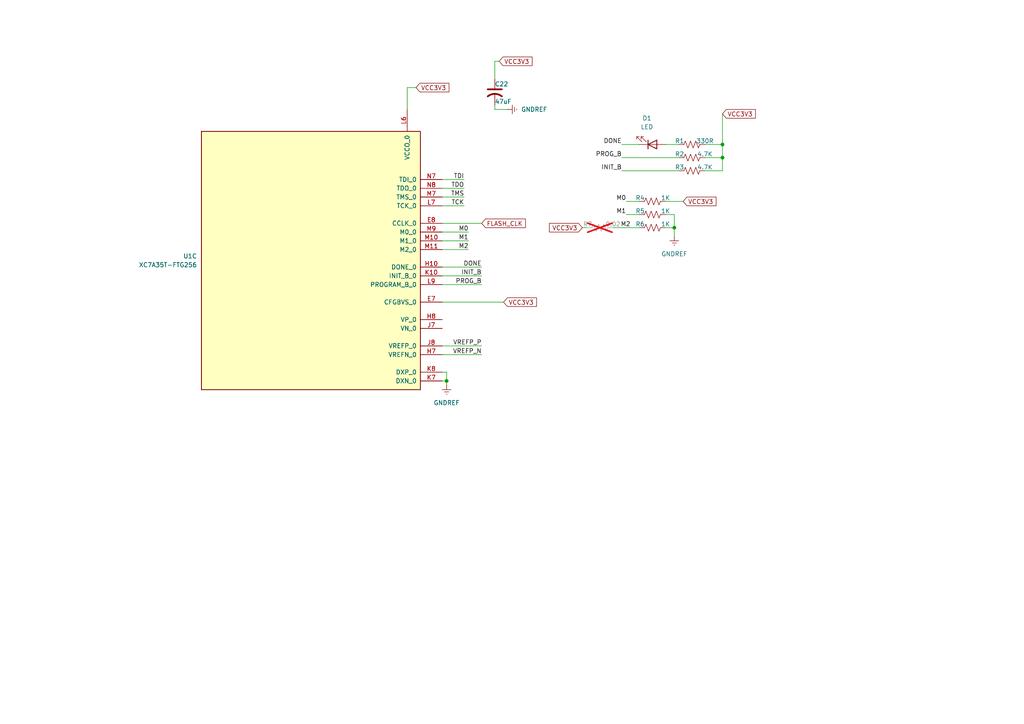
<source format=kicad_sch>
(kicad_sch (version 20250114) (generator "eeschema") (generator_version "9.0")
  (paper "A4")
  (lib_symbols
    (symbol "Device:C_US" (pin_numbers (hide yes)) (pin_names (offset 0.254) (hide yes))
      (property "Reference" "C" (at 0.635 2.54 0))
      (property "Value" "C_US" (at 0.635 -2.54 0))
      (symbol "C_US_0_1"
        (polyline (pts (xy -2.032 0.762) (xy 2.032 0.762)) (stroke (width 0.508)))
        (arc (start -2.032 -1.27) (mid 0 -0.5572) (end 2.032 -1.27) (stroke (width 0.508)))
      )
      (symbol "C_US_1_1"
        (pin passive line (at 0 3.81 270) (length 2.794) (name "~") (number "1"))
        (pin passive line (at 0 -3.81 90) (length 3.302) (name "~") (number "2"))
      )
    )
    (symbol "Device:LED" (pin_numbers (hide yes)) (pin_names (offset 1.016) (hide yes))
      (property "Reference" "D" (at 0 2.54 0))
      (property "Value" "LED" (at 0 -2.54 0))
      (symbol "LED_0_1"
        (polyline (pts (xy -3.048 -0.762) (xy -4.572 -2.286) (xy -3.81 -2.286) (xy -4.572 -2.286) (xy -4.572 -1.524)))
        (polyline (pts (xy -1.778 -0.762) (xy -3.302 -2.286) (xy -2.54 -2.286) (xy -3.302 -2.286) (xy -3.302 -1.524)))
        (polyline (pts (xy -1.27 0) (xy 1.27 0)))
        (polyline (pts (xy -1.27 -1.27) (xy -1.27 1.27)) (stroke (width 0.254)))
        (polyline (pts (xy 1.27 -1.27) (xy 1.27 1.27) (xy -1.27 0) (xy 1.27 -1.27)) (stroke (width 0.254)))
      )
      (symbol "LED_1_1"
        (pin passive line (at -3.81 0 0) (length 2.54) (name "K") (number "1"))
        (pin passive line (at 3.81 0 180) (length 2.54) (name "A") (number "2"))
      )
    )
    (symbol "Device:R_US" (pin_numbers (hide yes)) (pin_names (offset 0))
      (property "Reference" "R" (at 2.54 0 90))
      (property "Value" "R_US" (at -2.54 0 90))
      (symbol "R_US_0_1"
        (polyline (pts (xy 0 2.286) (xy 0 2.54)))
        (polyline (pts (xy 0 2.286) (xy 1.016 1.905) (xy 0 1.524) (xy -1.016 1.143) (xy 0 0.762)))
        (polyline (pts (xy 0 0.762) (xy 1.016 0.381) (xy 0 0) (xy -1.016 -0.381) (xy 0 -0.762)))
        (polyline (pts (xy 0 -0.762) (xy 1.016 -1.143) (xy 0 -1.524) (xy -1.016 -1.905) (xy 0 -2.286)))
        (polyline (pts (xy 0 -2.286) (xy 0 -2.54)))
      )
      (symbol "R_US_1_1"
        (pin passive line (at 0 3.81 270) (length 1.27) (name "~") (number "1"))
        (pin passive line (at 0 -3.81 90) (length 1.27) (name "~") (number "2"))
      )
    )
    (symbol "FPGA_Xilinx_Artix7:XC7A35T-FTG256" (pin_names (offset 1.016))
      (property "Reference" "U" (at 0 1.27 0))
      (property "Value" "XC7A35T-FTG256" (at 0 -1.27 0))
      (symbol "XC7A35T-FTG256_1_1"
        (rectangle (start -44.45 67.31) (end 44.45 -73.66) (stroke (width 0.254)) (fill (type background)))
        (pin bidirectional line (at -50.8 53.34 0) (length 6.35) (name "IO_0_14") (number "K12"))
        (pin bidirectional line (at -50.8 50.8 0) (length 6.35) (name "IO_L1P_T0_D00_MOSI_14") (number "J13"))
        (pin bidirectional line (at -50.8 48.26 0) (length 6.35) (name "IO_L1N_T0_D01_DIN_14") (number "J14"))
        (pin bidirectional line (at -50.8 45.72 0) (length 6.35) (name "IO_L2P_T0_D02_14") (number "K15"))
        (pin bidirectional line (at -50.8 43.18 0) (length 6.35) (name "IO_L2N_T0_D03_14") (number "K16"))
        (pin bidirectional line (at -50.8 40.64 0) (length 6.35) (name "IO_L3P_T0_DQS_PUDC_B_14") (number "L15"))
        (pin bidirectional line (at -50.8 38.1 0) (length 6.35) (name "IO_L3N_T0_DQS_EMCCLK_14") (number "M15"))
        (pin bidirectional line (at -50.8 35.56 0) (length 6.35) (name "IO_L4P_T0_D04_14") (number "L14"))
        (pin bidirectional line (at -50.8 33.02 0) (length 6.35) (name "IO_L4N_T0_D05_14") (number "M14"))
        (pin bidirectional line (at -50.8 30.48 0) (length 6.35) (name "IO_L5P_T0_D06_14") (number "K13"))
        (pin bidirectional line (at -50.8 27.94 0) (length 6.35) (name "IO_L5N_T0_D07_14") (number "L13"))
        (pin bidirectional line (at -50.8 25.4 0) (length 6.35) (name "IO_L6P_T0_FCS_B_14") (number "L12"))
        (pin bidirectional line (at -50.8 22.86 0) (length 6.35) (name "IO_L6N_T0_D08_VREF_14") (number "M12"))
        (pin bidirectional line (at -50.8 20.32 0) (length 6.35) (name "IO_L7P_T1_D09_14") (number "M16"))
        (pin bidirectional line (at -50.8 17.78 0) (length 6.35) (name "IO_L7N_T1_D10_14") (number "N16"))
        (pin bidirectional line (at -50.8 15.24 0) (length 6.35) (name "IO_L8P_T1_D11_14") (number "P15"))
        (pin bidirectional line (at -50.8 12.7 0) (length 6.35) (name "IO_L8N_T1_D12_14") (number "P16"))
        (pin bidirectional line (at -50.8 10.16 0) (length 6.35) (name "IO_L9P_T1_DQS_14") (number "R15"))
        (pin bidirectional line (at -50.8 7.62 0) (length 6.35) (name "IO_L9N_T1_DQS_D13_14") (number "R16"))
        (pin bidirectional line (at -50.8 5.08 0) (length 6.35) (name "IO_L10P_T1_D14_14") (number "T14"))
        (pin bidirectional line (at -50.8 2.54 0) (length 6.35) (name "IO_L10N_T1_D15_14") (number "T15"))
        (pin bidirectional line (at -50.8 0 0) (length 6.35) (name "IO_L11P_T1_SRCC_14") (number "N13"))
        (pin bidirectional line (at -50.8 -2.54 0) (length 6.35) (name "IO_L11N_T1_SRCC_14") (number "P13"))
        (pin bidirectional line (at -50.8 -5.08 0) (length 6.35) (name "IO_L12P_T1_MRCC_14") (number "N14"))
        (pin bidirectional line (at -50.8 -7.62 0) (length 6.35) (name "IO_L12N_T1_MRCC_14") (number "P14"))
        (pin bidirectional line (at -50.8 -10.16 0) (length 6.35) (name "IO_L13P_T2_MRCC_14") (number "N11"))
        (pin bidirectional line (at -50.8 -12.7 0) (length 6.35) (name "IO_L13N_T2_MRCC_14") (number "N12"))
        (pin bidirectional line (at -50.8 -15.24 0) (length 6.35) (name "IO_L14P_T2_SRCC_14") (number "P10"))
        (pin bidirectional line (at -50.8 -17.78 0) (length 6.35) (name "IO_L14N_T2_SRCC_14") (number "P11"))
        (pin bidirectional line (at -50.8 -20.32 0) (length 6.35) (name "IO_L15P_T2_DQS_RDWR_B_14") (number "R12"))
        (pin bidirectional line (at -50.8 -22.86 0) (length 6.35) (name "IO_L15N_T2_DQS_DOUT_CSO_B_14") (number "T12"))
        (pin bidirectional line (at -50.8 -25.4 0) (length 6.35) (name "IO_L16P_T2_CSI_B_14") (number "R13"))
        (pin bidirectional line (at -50.8 -27.94 0) (length 6.35) (name "IO_L16N_T2_A15_D31_14") (number "T13"))
        (pin bidirectional line (at -50.8 -30.48 0) (length 6.35) (name "IO_L17P_T2_A14_D30_14") (number "R10"))
        (pin bidirectional line (at -50.8 -33.02 0) (length 6.35) (name "IO_L17N_T2_A13_D29_14") (number "R11"))
        (pin bidirectional line (at -50.8 -35.56 0) (length 6.35) (name "IO_L18P_T2_A12_D28_14") (number "N9"))
        (pin bidirectional line (at -50.8 -38.1 0) (length 6.35) (name "IO_L18N_T2_A11_D27_14") (number "P9"))
        (pin bidirectional line (at -50.8 -40.64 0) (length 6.35) (name "IO_L19P_T3_A10_D26_14") (number "M6"))
        (pin bidirectional line (at -50.8 -43.18 0) (length 6.35) (name "IO_L19N_T3_A09_D25_VREF_14") (number "N6"))
        (pin bidirectional line (at -50.8 -45.72 0) (length 6.35) (name "IO_L20P_T3_A08_D24_14") (number "P8"))
        (pin bidirectional line (at -50.8 -48.26 0) (length 6.35) (name "IO_L20N_T3_A07_D23_14") (number "R8"))
        (pin bidirectional line (at -50.8 -50.8 0) (length 6.35) (name "IO_L21P_T3_DQS_14") (number "T7"))
        (pin bidirectional line (at -50.8 -53.34 0) (length 6.35) (name "IO_L21N_T3_DQS_A06_D22_14") (number "T8"))
        (pin bidirectional line (at -50.8 -55.88 0) (length 6.35) (name "IO_L22P_T3_A05_D21_14") (number "T9"))
        (pin bidirectional line (at -50.8 -58.42 0) (length 6.35) (name "IO_L22N_T3_A04_D20_14") (number "T10"))
        (pin bidirectional line (at -50.8 -60.96 0) (length 6.35) (name "IO_L23P_T3_A03_D19_14") (number "R5"))
        (pin bidirectional line (at -50.8 -63.5 0) (length 6.35) (name "IO_L23N_T3_A02_D18_14") (number "T5"))
        (pin bidirectional line (at -50.8 -66.04 0) (length 6.35) (name "IO_L24P_T3_A01_D17_14") (number "R6"))
        (pin bidirectional line (at -50.8 -68.58 0) (length 6.35) (name "IO_L24N_T3_A00_D16_14") (number "R7"))
        (pin bidirectional line (at -50.8 -71.12 0) (length 6.35) (name "IO_25_14") (number "P6"))
        (pin power_in line (at -40.64 73.66 270) (length 6.35) (name "VCCO_14") (number "L16"))
        (pin power_in line (at -38.1 73.66 270) (length 6.35) (name "VCCO_14") (number "M13"))
        (pin power_in line (at -35.56 73.66 270) (length 6.35) (name "VCCO_14") (number "N10"))
        (pin power_in line (at -33.02 73.66 270) (length 6.35) (name "VCCO_14") (number "P7"))
        (pin power_in line (at -30.48 73.66 270) (length 6.35) (name "VCCO_14") (number "R14"))
        (pin power_in line (at -27.94 73.66 270) (length 6.35) (name "VCCO_14") (number "T11"))
        (pin power_in line (at 27.94 73.66 270) (length 6.35) (name "VCCO_15") (number "A16"))
        (pin power_in line (at 30.48 73.66 270) (length 6.35) (name "VCCO_15") (number "B13"))
        (pin power_in line (at 33.02 73.66 270) (length 6.35) (name "VCCO_15") (number "C10"))
        (pin power_in line (at 35.56 73.66 270) (length 6.35) (name "VCCO_15") (number "E14"))
        (pin power_in line (at 38.1 73.66 270) (length 6.35) (name "VCCO_15") (number "H15"))
        (pin power_in line (at 40.64 73.66 270) (length 6.35) (name "VCCO_15") (number "J12"))
        (pin bidirectional line (at 50.8 53.34 180) (length 6.35) (name "IO_0_15") (number "D10"))
        (pin bidirectional line (at 50.8 50.8 180) (length 6.35) (name "IO_L1P_T0_AD0P_15") (number "C8"))
        (pin bidirectional line (at 50.8 48.26 180) (length 6.35) (name "IO_L1N_T0_AD0N_15") (number "C9"))
        (pin bidirectional line (at 50.8 45.72 180) (length 6.35) (name "IO_L2P_T0_AD8P_15") (number "A8"))
        (pin bidirectional line (at 50.8 43.18 180) (length 6.35) (name "IO_L2N_T0_AD8N_15") (number "A9"))
        (pin bidirectional line (at 50.8 40.64 180) (length 6.35) (name "IO_L3P_T0_DQS_AD1P_15") (number "B9"))
        (pin bidirectional line (at 50.8 38.1 180) (length 6.35) (name "IO_L3N_T0_DQS_AD1N_15") (number "A10"))
        (pin bidirectional line (at 50.8 35.56 180) (length 6.35) (name "IO_L4P_T0_15") (number "B10"))
        (pin bidirectional line (at 50.8 33.02 180) (length 6.35) (name "IO_L4N_T0_15") (number "B11"))
        (pin bidirectional line (at 50.8 30.48 180) (length 6.35) (name "IO_L5P_T0_AD9P_15") (number "B12"))
        (pin bidirectional line (at 50.8 27.94 180) (length 6.35) (name "IO_L5N_T0_AD9N_15") (number "A12"))
        (pin bidirectional line (at 50.8 25.4 180) (length 6.35) (name "IO_L6P_T0_15") (number "D8"))
        (pin bidirectional line (at 50.8 22.86 180) (length 6.35) (name "IO_L6N_T0_VREF_15") (number "D9"))
        (pin bidirectional line (at 50.8 20.32 180) (length 6.35) (name "IO_L7P_T1_AD2P_15") (number "A13"))
        (pin bidirectional line (at 50.8 17.78 180) (length 6.35) (name "IO_L7N_T1_AD2N_15") (number "A14"))
        (pin bidirectional line (at 50.8 15.24 180) (length 6.35) (name "IO_L8P_T1_AD10P_15") (number "C14"))
        (pin bidirectional line (at 50.8 12.7 180) (length 6.35) (name "IO_L8N_T1_AD10N_15") (number "B14"))
        (pin bidirectional line (at 50.8 10.16 180) (length 6.35) (name "IO_L9P_T1_DQS_AD3P_15") (number "B15"))
        (pin bidirectional line (at 50.8 7.62 180) (length 6.35) (name "IO_L9N_T1_DQS_AD3N_15") (number "A15"))
        (pin bidirectional line (at 50.8 5.08 180) (length 6.35) (name "IO_L10P_T1_AD11P_15") (number "C16"))
        (pin bidirectional line (at 50.8 2.54 180) (length 6.35) (name "IO_L10N_T1_AD11N_15") (number "B16"))
        (pin bidirectional line (at 50.8 0 180) (length 6.35) (name "IO_L11P_T1_SRCC_15") (number "C11"))
        (pin bidirectional line (at 50.8 -2.54 180) (length 6.35) (name "IO_L11N_T1_SRCC_15") (number "C12"))
        (pin bidirectional line (at 50.8 -5.08 180) (length 6.35) (name "IO_L12P_T1_MRCC_15") (number "D13"))
        (pin bidirectional line (at 50.8 -7.62 180) (length 6.35) (name "IO_L12N_T1_MRCC_15") (number "C13"))
        (pin bidirectional line (at 50.8 -10.16 180) (length 6.35) (name "IO_L13P_T2_MRCC_15") (number "E12"))
        (pin bidirectional line (at 50.8 -12.7 180) (length 6.35) (name "IO_L13N_T2_MRCC_15") (number "E13"))
        (pin bidirectional line (at 50.8 -15.24 180) (length 6.35) (name "IO_L14P_T2_SRCC_15") (number "E11"))
        (pin bidirectional line (at 50.8 -17.78 180) (length 6.35) (name "IO_L14N_T2_SRCC_15") (number "D11"))
        (pin bidirectional line (at 50.8 -20.32 180) (length 6.35) (name "IO_L15P_T2_DQS_15") (number "D14"))
        (pin bidirectional line (at 50.8 -22.86 180) (length 6.35) (name "IO_L15N_T2_DQS_ADV_B_15") (number "D15"))
        (pin bidirectional line (at 50.8 -25.4 180) (length 6.35) (name "IO_L16P_T2_A28_15") (number "F12"))
        (pin bidirectional line (at 50.8 -27.94 180) (length 6.35) (name "IO_L16N_T2_A27_15") (number "F13"))
        (pin bidirectional line (at 50.8 -30.48 180) (length 6.35) (name "IO_L17P_T2_A26_15") (number "E16"))
        (pin bidirectional line (at 50.8 -33.02 180) (length 6.35) (name "IO_L17N_T2_A25_15") (number "D16"))
        (pin bidirectional line (at 50.8 -35.56 180) (length 6.35) (name "IO_L18P_T2_A24_15") (number "F15"))
        (pin bidirectional line (at 50.8 -38.1 180) (length 6.35) (name "IO_L18N_T2_A23_15") (number "E15"))
        (pin bidirectional line (at 50.8 -40.64 180) (length 6.35) (name "IO_L19P_T3_A22_15") (number "H11"))
        (pin bidirectional line (at 50.8 -43.18 180) (length 6.35) (name "IO_L19N_T3_A21_VREF_15") (number "G12"))
        (pin bidirectional line (at 50.8 -45.72 180) (length 6.35) (name "IO_L20P_T3_A20_15") (number "H12"))
        (pin bidirectional line (at 50.8 -48.26 180) (length 6.35) (name "IO_L20N_T3_A19_15") (number "H13"))
        (pin bidirectional line (at 50.8 -50.8 180) (length 6.35) (name "IO_L21P_T3_DQS_15") (number "G14"))
        (pin bidirectional line (at 50.8 -53.34 180) (length 6.35) (name "IO_L21N_T3_DQS_A18_15") (number "F14"))
        (pin bidirectional line (at 50.8 -55.88 180) (length 6.35) (name "IO_L22P_T3_A17_15") (number "H16"))
        (pin bidirectional line (at 50.8 -58.42 180) (length 6.35) (name "IO_L22N_T3_A16_15") (number "G16"))
        (pin bidirectional line (at 50.8 -60.96 180) (length 6.35) (name "IO_L23P_T3_FOE_B_15") (number "J15"))
        (pin bidirectional line (at 50.8 -63.5 180) (length 6.35) (name "IO_L23N_T3_FWE_B_15") (number "J16"))
        (pin bidirectional line (at 50.8 -66.04 180) (length 6.35) (name "IO_L24P_T3_RS1_15") (number "H14"))
        (pin bidirectional line (at 50.8 -68.58 180) (length 6.35) (name "IO_L24N_T3_RS0_15") (number "G15"))
        (pin bidirectional line (at 50.8 -71.12 180) (length 6.35) (name "IO_25_15") (number "G11"))
      )
      (symbol "XC7A35T-FTG256_2_1"
        (rectangle (start -44.45 67.31) (end 44.45 -73.66) (stroke (width 0.254)) (fill (type background)))
        (pin bidirectional line (at -50.8 53.34 0) (length 6.35) (name "IO_0_34") (number "L5"))
        (pin bidirectional line (at -50.8 50.8 0) (length 6.35) (name "IO_L1P_T0_34") (number "L4"))
        (pin bidirectional line (at -50.8 48.26 0) (length 6.35) (name "IO_L1N_T0_34") (number "M4"))
        (pin bidirectional line (at -50.8 45.72 0) (length 6.35) (name "IO_L2P_T0_34") (number "M2"))
        (pin bidirectional line (at -50.8 43.18 0) (length 6.35) (name "IO_L2N_T0_34") (number "M1"))
        (pin bidirectional line (at -50.8 40.64 0) (length 6.35) (name "IO_L3P_T0_DQS_34") (number "N3"))
        (pin bidirectional line (at -50.8 38.1 0) (length 6.35) (name "IO_L3N_T0_DQS_34") (number "N2"))
        (pin bidirectional line (at -50.8 35.56 0) (length 6.35) (name "IO_L4P_T0_34") (number "N1"))
        (pin bidirectional line (at -50.8 33.02 0) (length 6.35) (name "IO_L4N_T0_34") (number "P1"))
        (pin bidirectional line (at -50.8 30.48 0) (length 6.35) (name "IO_L5P_T0_34") (number "P4"))
        (pin bidirectional line (at -50.8 27.94 0) (length 6.35) (name "IO_L5N_T0_34") (number "P3"))
        (pin bidirectional line (at -50.8 25.4 0) (length 6.35) (name "IO_L6P_T0_34") (number "M5"))
        (pin bidirectional line (at -50.8 22.86 0) (length 6.35) (name "IO_L6N_T0_VREF_34") (number "N4"))
        (pin bidirectional line (at -50.8 20.32 0) (length 6.35) (name "IO_L7P_T1_34") (number "R2"))
        (pin bidirectional line (at -50.8 17.78 0) (length 6.35) (name "IO_L7N_T1_34") (number "R1"))
        (pin bidirectional line (at -50.8 15.24 0) (length 6.35) (name "IO_L8P_T1_34") (number "R3"))
        (pin bidirectional line (at -50.8 12.7 0) (length 6.35) (name "IO_L8N_T1_34") (number "T2"))
        (pin bidirectional line (at -50.8 10.16 0) (length 6.35) (name "IO_L9P_T1_DQS_34") (number "T4"))
        (pin bidirectional line (at -50.8 7.62 0) (length 6.35) (name "IO_L9N_T1_DQS_34") (number "T3"))
        (pin bidirectional line (at -50.8 5.08 0) (length 6.35) (name "IO_L10P_T1_34") (number "P5"))
        (pin power_in line (at -40.64 73.66 270) (length 6.35) (name "VCCO_34") (number "M3"))
        (pin power_in line (at -38.1 73.66 270) (length 6.35) (name "VCCO_34") (number "R4"))
        (pin power_in line (at -35.56 73.66 270) (length 6.35) (name "VCCO_34") (number "T1"))
        (pin power_in line (at 27.94 73.66 270) (length 6.35) (name "VCCO_35") (number "A6"))
        (pin power_in line (at 30.48 73.66 270) (length 6.35) (name "VCCO_35") (number "B3"))
        (pin power_in line (at 33.02 73.66 270) (length 6.35) (name "VCCO_35") (number "D7"))
        (pin power_in line (at 35.56 73.66 270) (length 6.35) (name "VCCO_35") (number "E4"))
        (pin power_in line (at 38.1 73.66 270) (length 6.35) (name "VCCO_35") (number "F1"))
        (pin power_in line (at 40.64 73.66 270) (length 6.35) (name "VCCO_35") (number "J2"))
        (pin bidirectional line (at 50.8 53.34 180) (length 6.35) (name "IO_0_35") (number "E6"))
        (pin bidirectional line (at 50.8 50.8 180) (length 6.35) (name "IO_L1P_T0_AD4P_35") (number "B7"))
        (pin bidirectional line (at 50.8 48.26 180) (length 6.35) (name "IO_L1N_T0_AD4N_35") (number "A7"))
        (pin bidirectional line (at 50.8 45.72 180) (length 6.35) (name "IO_L2P_T0_AD12P_35") (number "B6"))
        (pin bidirectional line (at 50.8 43.18 180) (length 6.35) (name "IO_L2N_T0_AD12N_35") (number "B5"))
        (pin bidirectional line (at 50.8 40.64 180) (length 6.35) (name "IO_L3P_T0_DQS_AD5P_35") (number "A5"))
        (pin bidirectional line (at 50.8 38.1 180) (length 6.35) (name "IO_L3N_T0_DQS_AD5N_35") (number "A4"))
        (pin bidirectional line (at 50.8 35.56 180) (length 6.35) (name "IO_L4P_T0_35") (number "B4"))
        (pin bidirectional line (at 50.8 33.02 180) (length 6.35) (name "IO_L4N_T0_35") (number "A3"))
        (pin bidirectional line (at 50.8 30.48 180) (length 6.35) (name "IO_L5P_T0_AD13P_35") (number "C7"))
        (pin bidirectional line (at 50.8 27.94 180) (length 6.35) (name "IO_L5N_T0_AD13N_35") (number "C6"))
        (pin bidirectional line (at 50.8 25.4 180) (length 6.35) (name "IO_L6P_T0_35") (number "D6"))
        (pin bidirectional line (at 50.8 22.86 180) (length 6.35) (name "IO_L6N_T0_VREF_35") (number "D5"))
        (pin bidirectional line (at 50.8 20.32 180) (length 6.35) (name "IO_L7P_T1_AD6P_35") (number "C3"))
        (pin bidirectional line (at 50.8 17.78 180) (length 6.35) (name "IO_L7N_T1_AD6N_35") (number "C2"))
        (pin bidirectional line (at 50.8 15.24 180) (length 6.35) (name "IO_L8P_T1_AD14P_35") (number "B2"))
        (pin bidirectional line (at 50.8 12.7 180) (length 6.35) (name "IO_L8N_T1_AD14N_35") (number "A2"))
        (pin bidirectional line (at 50.8 10.16 180) (length 6.35) (name "IO_L9P_T1_DQS_AD7P_35") (number "C1"))
        (pin bidirectional line (at 50.8 7.62 180) (length 6.35) (name "IO_L9N_T1_DQS_AD7N_35") (number "B1"))
        (pin bidirectional line (at 50.8 5.08 180) (length 6.35) (name "IO_L10P_T1_AD15P_35") (number "E2"))
        (pin bidirectional line (at 50.8 2.54 180) (length 6.35) (name "IO_L10N_T1_AD15N_35") (number "D1"))
        (pin bidirectional line (at 50.8 0 180) (length 6.35) (name "IO_L11P_T1_SRCC_35") (number "E3"))
        (pin bidirectional line (at 50.8 -2.54 180) (length 6.35) (name "IO_L11N_T1_SRCC_35") (number "D3"))
        (pin bidirectional line (at 50.8 -5.08 180) (length 6.35) (name "IO_L12P_T1_MRCC_35") (number "D4"))
        (pin bidirectional line (at 50.8 -7.62 180) (length 6.35) (name "IO_L12N_T1_MRCC_35") (number "C4"))
        (pin bidirectional line (at 50.8 -10.16 180) (length 6.35) (name "IO_L13P_T2_MRCC_35") (number "F5"))
        (pin bidirectional line (at 50.8 -12.7 180) (length 6.35) (name "IO_L13N_T2_MRCC_35") (number "E5"))
        (pin bidirectional line (at 50.8 -15.24 180) (length 6.35) (name "IO_L14P_T2_SRCC_35") (number "F4"))
        (pin bidirectional line (at 50.8 -17.78 180) (length 6.35) (name "IO_L14N_T2_SRCC_35") (number "F3"))
        (pin bidirectional line (at 50.8 -20.32 180) (length 6.35) (name "IO_L15P_T2_DQS_35") (number "F2"))
        (pin bidirectional line (at 50.8 -22.86 180) (length 6.35) (name "IO_L15N_T2_DQS_35") (number "E1"))
        (pin bidirectional line (at 50.8 -25.4 180) (length 6.35) (name "IO_L16P_T2_35") (number "G5"))
        (pin bidirectional line (at 50.8 -27.94 180) (length 6.35) (name "IO_L16N_T2_35") (number "G4"))
        (pin bidirectional line (at 50.8 -30.48 180) (length 6.35) (name "IO_L17P_T2_35") (number "G2"))
        (pin bidirectional line (at 50.8 -33.02 180) (length 6.35) (name "IO_L17N_T2_35") (number "G1"))
        (pin bidirectional line (at 50.8 -35.56 180) (length 6.35) (name "IO_L18P_T2_35") (number "H5"))
        (pin bidirectional line (at 50.8 -38.1 180) (length 6.35) (name "IO_L18N_T2_35") (number "H4"))
        (pin bidirectional line (at 50.8 -40.64 180) (length 6.35) (name "IO_L19P_T3_35") (number "J5"))
        (pin bidirectional line (at 50.8 -43.18 180) (length 6.35) (name "IO_L19N_T3_VREF_35") (number "J4"))
        (pin bidirectional line (at 50.8 -45.72 180) (length 6.35) (name "IO_L20P_T3_35") (number "H2"))
        (pin bidirectional line (at 50.8 -48.26 180) (length 6.35) (name "IO_L20N_T3_35") (number "H1"))
        (pin bidirectional line (at 50.8 -50.8 180) (length 6.35) (name "IO_L21P_T3_DQS_35") (number "J3"))
        (pin bidirectional line (at 50.8 -53.34 180) (length 6.35) (name "IO_L21N_T3_DQS_35") (number "H3"))
        (pin bidirectional line (at 50.8 -55.88 180) (length 6.35) (name "IO_L22P_T3_35") (number "K1"))
        (pin bidirectional line (at 50.8 -58.42 180) (length 6.35) (name "IO_L22N_T3_35") (number "J1"))
        (pin bidirectional line (at 50.8 -60.96 180) (length 6.35) (name "IO_L23P_T3_35") (number "L3"))
        (pin bidirectional line (at 50.8 -63.5 180) (length 6.35) (name "IO_L23N_T3_35") (number "L2"))
        (pin bidirectional line (at 50.8 -66.04 180) (length 6.35) (name "IO_L24P_T3_35") (number "K3"))
        (pin bidirectional line (at 50.8 -68.58 180) (length 6.35) (name "IO_L24N_T3_35") (number "K2"))
        (pin bidirectional line (at 50.8 -71.12 180) (length 6.35) (name "IO_25_35") (number "K5"))
      )
      (symbol "XC7A35T-FTG256_3_1"
        (rectangle (start -31.75 34.29) (end 31.75 -40.64) (stroke (width 0.254)) (fill (type background)))
        (pin power_in line (at 27.94 40.64 270) (length 6.35) (name "VCCO_0") (number "L6"))
        (pin bidirectional line (at 38.1 20.32 180) (length 6.35) (name "TDI_0") (number "N7"))
        (pin bidirectional line (at 38.1 17.78 180) (length 6.35) (name "TDO_0") (number "N8"))
        (pin bidirectional line (at 38.1 15.24 180) (length 6.35) (name "TMS_0") (number "M7"))
        (pin bidirectional line (at 38.1 12.7 180) (length 6.35) (name "TCK_0") (number "L7"))
        (pin bidirectional line (at 38.1 7.62 180) (length 6.35) (name "CCLK_0") (number "E8"))
        (pin bidirectional line (at 38.1 5.08 180) (length 6.35) (name "M0_0") (number "M9"))
        (pin bidirectional line (at 38.1 2.54 180) (length 6.35) (name "M1_0") (number "M10"))
        (pin bidirectional line (at 38.1 0 180) (length 6.35) (name "M2_0") (number "M11"))
        (pin bidirectional line (at 38.1 -5.08 180) (length 6.35) (name "DONE_0") (number "H10"))
        (pin bidirectional line (at 38.1 -7.62 180) (length 6.35) (name "INIT_B_0") (number "K10"))
        (pin bidirectional line (at 38.1 -10.16 180) (length 6.35) (name "PROGRAM_B_0") (number "L9"))
        (pin bidirectional line (at 38.1 -15.24 180) (length 6.35) (name "CFGBVS_0") (number "E7"))
        (pin bidirectional line (at 38.1 -20.32 180) (length 6.35) (name "VP_0") (number "H8"))
        (pin bidirectional line (at 38.1 -22.86 180) (length 6.35) (name "VN_0") (number "J7"))
        (pin bidirectional line (at 38.1 -27.94 180) (length 6.35) (name "VREFP_0") (number "J8"))
        (pin bidirectional line (at 38.1 -30.48 180) (length 6.35) (name "VREFN_0") (number "H7"))
        (pin bidirectional line (at 38.1 -35.56 180) (length 6.35) (name "DXP_0") (number "K8"))
        (pin bidirectional line (at 38.1 -38.1 180) (length 6.35) (name "DXN_0") (number "K7"))
      )
      (symbol "XC7A35T-FTG256_4_1"
        (rectangle (start -19.05 35.56) (end 19.05 -35.56) (stroke (width 0.254)) (fill (type background)))
        (pin power_in line (at -25.4 33.02 0) (length 6.35) (name "VCCAUX") (number "G10"))
        (pin power_in line (at -25.4 30.48 0) (length 6.35) (name "VCCAUX") (number "J10"))
        (pin power_in line (at -25.4 27.94 0) (length 6.35) (name "VCCAUX") (number "K11"))
        (pin power_in line (at -25.4 25.4 0) (length 6.35) (name "VCCAUX") (number "L10"))
        (pin power_in line (at -25.4 20.32 0) (length 6.35) (name "GNDADC_0") (number "G7"))
        (pin power_in line (at -25.4 17.78 0) (length 6.35) (name "VCCADC_0") (number "G8"))
        (pin power_in line (at -25.4 15.24 0) (length 6.35) (name "VCCBATT_0") (number "F8"))
        (pin power_in line (at -25.4 12.7 0) (length 6.35) (name "VCCBRAM") (number "E10"))
        (pin power_in line (at -25.4 10.16 0) (length 6.35) (name "VCCBRAM") (number "F11"))
        (pin power_in line (at -25.4 2.54 0) (length 6.35) (name "GND") (number "A1"))
        (pin power_in line (at -25.4 0 0) (length 6.35) (name "GND") (number "A11"))
        (pin power_in line (at -25.4 -2.54 0) (length 6.35) (name "GND") (number "B8"))
        (pin power_in line (at -25.4 -5.08 0) (length 6.35) (name "GND") (number "C5"))
        (pin power_in line (at -25.4 -7.62 0) (length 6.35) (name "GND") (number "C15"))
        (pin power_in line (at -25.4 -10.16 0) (length 6.35) (name "GND") (number "D2"))
        (pin power_in line (at -25.4 -12.7 0) (length 6.35) (name "GND") (number "D12"))
        (pin power_in line (at -25.4 -15.24 0) (length 6.35) (name "GND") (number "E9"))
        (pin power_in line (at -25.4 -17.78 0) (length 6.35) (name "GND") (number "F6"))
        (pin power_in line (at -25.4 -20.32 0) (length 6.35) (name "GND") (number "F10"))
        (pin power_in line (at -25.4 -22.86 0) (length 6.35) (name "GND") (number "F16"))
        (pin power_in line (at -25.4 -25.4 0) (length 6.35) (name "GND") (number "G3"))
        (pin power_in line (at -25.4 -27.94 0) (length 6.35) (name "GND") (number "G9"))
        (pin power_in line (at -25.4 -30.48 0) (length 6.35) (name "GND") (number "G13"))
        (pin power_in line (at -25.4 -33.02 0) (length 6.35) (name "GND") (number "H6"))
        (pin power_in line (at 25.4 33.02 180) (length 6.35) (name "VCCINT") (number "F7"))
        (pin power_in line (at 25.4 30.48 180) (length 6.35) (name "VCCINT") (number "F9"))
        (pin power_in line (at 25.4 27.94 180) (length 6.35) (name "VCCINT") (number "G6"))
        (pin power_in line (at 25.4 25.4 180) (length 6.35) (name "VCCINT") (number "H9"))
        (pin power_in line (at 25.4 22.86 180) (length 6.35) (name "VCCINT") (number "J6"))
        (pin power_in line (at 25.4 20.32 180) (length 6.35) (name "VCCINT") (number "K9"))
        (pin power_in line (at 25.4 17.78 180) (length 6.35) (name "VCCINT") (number "L8"))
        (pin power_in line (at 25.4 2.54 180) (length 6.35) (name "GND") (number "J9"))
        (pin power_in line (at 25.4 0 180) (length 6.35) (name "GND") (number "J11"))
        (pin power_in line (at 25.4 -2.54 180) (length 6.35) (name "GND") (number "K4"))
        (pin power_in line (at 25.4 -5.08 180) (length 6.35) (name "GND") (number "K6"))
        (pin power_in line (at 25.4 -7.62 180) (length 6.35) (name "GND") (number "K14"))
        (pin power_in line (at 25.4 -10.16 180) (length 6.35) (name "GND") (number "L1"))
        (pin power_in line (at 25.4 -12.7 180) (length 6.35) (name "GND") (number "L11"))
        (pin power_in line (at 25.4 -15.24 180) (length 6.35) (name "GND") (number "M8"))
        (pin power_in line (at 25.4 -17.78 180) (length 6.35) (name "GND") (number "N5"))
        (pin power_in line (at 25.4 -20.32 180) (length 6.35) (name "GND") (number "N15"))
        (pin power_in line (at 25.4 -22.86 180) (length 6.35) (name "GND") (number "P2"))
        (pin power_in line (at 25.4 -25.4 180) (length 6.35) (name "GND") (number "P12"))
        (pin power_in line (at 25.4 -27.94 180) (length 6.35) (name "GND") (number "R9"))
        (pin power_in line (at 25.4 -30.48 180) (length 6.35) (name "GND") (number "T6"))
        (pin power_in line (at 25.4 -33.02 180) (length 6.35) (name "GND") (number "T16"))
      )
    )
    (symbol "power:GNDREF" (power) (pin_numbers (hide yes)) (pin_names (offset 0) (hide yes))
      (property "Value" "GNDREF" (at 0 -3.81 0))
      (symbol "GNDREF_0_1"
        (polyline (pts (xy -0.635 -1.905) (xy 0.635 -1.905)))
        (polyline (pts (xy -0.127 -2.54) (xy 0.127 -2.54)))
        (polyline (pts (xy 0 -1.27) (xy 0 0)))
        (polyline (pts (xy 1.27 -1.27) (xy -1.27 -1.27)))
      )
      (symbol "GNDREF_1_1"
        (pin power_in line (at 0 0 270) (length 0) (name "~") (number "1"))
      )
    )
  )
  (junction (at 129.54 110.49))
  (junction (at 195.58 66.04))
  (junction (at 209.55 45.72))
  (junction (at 209.55 41.91))
  (wire (pts (xy 144.78 17.78) (xy 143.51 17.78)))
  (wire (pts (xy 193.04 62.23) (xy 195.58 62.23)))
  (wire (pts (xy 120.65 25.4) (xy 118.11 25.4)))
  (wire (pts (xy 128.27 67.31) (xy 135.89 67.31)))
  (wire (pts (xy 193.04 66.04) (xy 195.58 66.04)))
  (wire (pts (xy 143.51 17.78) (xy 143.51 22.86)))
  (wire (pts (xy 143.51 31.75) (xy 147.32 31.75)))
  (wire (pts (xy 204.47 45.72) (xy 209.55 45.72)))
  (wire (pts (xy 128.27 54.61) (xy 134.62 54.61)))
  (wire (pts (xy 195.58 66.04) (xy 195.58 68.58)))
  (wire (pts (xy 209.55 41.91) (xy 209.55 45.72)))
  (wire (pts (xy 128.27 64.77) (xy 139.7 64.77)))
  (wire (pts (xy 177.8 66.04) (xy 185.42 66.04)))
  (wire (pts (xy 143.51 30.48) (xy 143.51 31.75)))
  (wire (pts (xy 180.34 41.91) (xy 185.42 41.91)))
  (wire (pts (xy 128.27 77.47) (xy 139.7 77.47)))
  (wire (pts (xy 128.27 102.87) (xy 139.7 102.87)))
  (wire (pts (xy 128.27 107.95) (xy 129.54 107.95)))
  (wire (pts (xy 128.27 82.55) (xy 139.7 82.55)))
  (wire (pts (xy 129.54 110.49) (xy 129.54 111.76)))
  (wire (pts (xy 209.55 45.72) (xy 209.55 49.53)))
  (wire (pts (xy 180.34 45.72) (xy 196.85 45.72)))
  (wire (pts (xy 128.27 52.07) (xy 134.62 52.07)))
  (wire (pts (xy 181.61 62.23) (xy 185.42 62.23)))
  (wire (pts (xy 209.55 33.02) (xy 209.55 41.91)))
  (wire (pts (xy 195.58 62.23) (xy 195.58 66.04)))
  (wire (pts (xy 193.04 58.42) (xy 198.12 58.42)))
  (wire (pts (xy 128.27 72.39) (xy 135.89 72.39)))
  (wire (pts (xy 204.47 41.91) (xy 209.55 41.91)))
  (wire (pts (xy 128.27 110.49) (xy 129.54 110.49)))
  (wire (pts (xy 180.34 49.53) (xy 196.85 49.53)))
  (wire (pts (xy 128.27 87.63) (xy 146.05 87.63)))
  (wire (pts (xy 128.27 80.01) (xy 139.7 80.01)))
  (wire (pts (xy 129.54 107.95) (xy 129.54 110.49)))
  (wire (pts (xy 118.11 25.4) (xy 118.11 31.75)))
  (wire (pts (xy 128.27 69.85) (xy 135.89 69.85)))
  (wire (pts (xy 168.91 66.04) (xy 170.18 66.04)))
  (wire (pts (xy 128.27 57.15) (xy 134.62 57.15)))
  (wire (pts (xy 181.61 58.42) (xy 185.42 58.42)))
  (wire (pts (xy 128.27 100.33) (xy 139.7 100.33)))
  (wire (pts (xy 128.27 59.69) (xy 134.62 59.69)))
  (wire (pts (xy 193.04 41.91) (xy 196.85 41.91)))
  (wire (pts (xy 209.55 49.53) (xy 204.47 49.53)))
  (label "TDI" (at 134.62 52.07 180))
  (label "TCK" (at 134.62 59.69 180))
  (label "TDO" (at 134.62 54.61 180))
  (label "PROG_B" (at 139.7 82.55 180))
  (label "M0" (at 135.89 67.31 180))
  (label "M2" (at 182.88 66.04 180))
  (label "DONE" (at 139.7 77.47 180))
  (label "PROG_B" (at 180.34 45.72 180))
  (label "M1" (at 181.61 62.23 180))
  (label "INIT_B" (at 180.34 49.53 180))
  (label "INIT_B" (at 139.7 80.01 180))
  (label "M0" (at 181.61 58.42 180))
  (label "VREFP_N" (at 139.7 102.87 180))
  (label "M1" (at 135.89 69.85 180))
  (label "TMS" (at 134.62 57.15 180))
  (label "M2" (at 135.89 72.39 180))
  (label "DONE" (at 180.34 41.91 180))
  (label "VREFP_P" (at 139.7 100.33 180))
  (global_label "VCC3V3" (shape input) (at 198.12 58.42 0) (property "Intersheetrefs" "${INTERSHEET_REFS}" (effects (hide yes))))
  (global_label "VCC3V3" (shape input) (at 144.78 17.78 0) (property "Intersheetrefs" "${INTERSHEET_REFS}" (effects (hide yes))))
  (global_label "VCC3V3" (shape input) (at 120.65 25.4 0) (property "Intersheetrefs" "${INTERSHEET_REFS}" (effects (hide yes))))
  (global_label "FLASH_CLK" (shape input) (at 139.7 64.77 0) (property "Intersheetrefs" "${INTERSHEET_REFS}" (effects (hide yes))))
  (global_label "VCC3V3" (shape input) (at 146.05 87.63 0) (property "Intersheetrefs" "${INTERSHEET_REFS}" (effects (hide yes))))
  (global_label "VCC3V3" (shape input) (at 168.91 66.04 180) (property "Intersheetrefs" "${INTERSHEET_REFS}" (effects (hide yes))))
  (global_label "VCC3V3" (shape input) (at 209.55 33.02 0) (property "Intersheetrefs" "${INTERSHEET_REFS}" (effects (hide yes))))
  (symbol (lib_id "Device:R_US") (at 200.66 45.72 90) (unit 1)
    (property "Reference" "R2" (at 197.104 44.704 90))
    (property "Value" "4.7K" (at 204.47 44.704 90))
    (property "Footprint" "Resistor_SMD:R_0201_0603Metric" (effects (hide yes)))
    (property "Description" "Resistor, US symbol" (effects (hide yes)))
  )
  (symbol (lib_id "power:GNDREF") (at 129.54 111.76 0) (unit 1)
    (property "Reference" "#PWR03" (effects (hide yes)))
    (property "Value" "GNDREF" (at 129.54 116.84 0))
    (property "Description" "Power symbol creates a global label with name \"GNDREF\" , reference supply ground" (effects (hide yes)))
  )
  (symbol (lib_id "Device:R_US") (at 189.23 66.04 90) (unit 1)
    (property "Reference" "R6" (at 185.674 65.024 90))
    (property "Value" "1K" (at 193.04 65.024 90))
    (property "Footprint" "Resistor_SMD:R_0201_0603Metric" (effects (hide yes)))
    (property "Description" "Resistor, US symbol" (effects (hide yes)))
  )
  (symbol (lib_id "Device:R_US") (at 173.99 66.04 90) (unit 1) (dnp yes)
    (property "Reference" "R7" (at 170.434 65.024 90))
    (property "Value" "0.02" (at 177.8 65.024 90))
    (property "Description" "Resistor, US symbol" (effects (hide yes)))
  )
  (symbol (lib_id "Device:R_US") (at 189.23 58.42 90) (unit 1)
    (property "Reference" "R4" (at 185.674 57.404 90))
    (property "Value" "1K" (at 193.04 57.404 90))
    (property "Footprint" "Resistor_SMD:R_0201_0603Metric" (effects (hide yes)))
    (property "Description" "Resistor, US symbol" (effects (hide yes)))
  )
  (symbol (lib_id "Device:C_US") (at 143.51 26.67 0) (unit 1)
    (property "Reference" "C22" (at 143.51 24.384 0) (effects (justify left)))
    (property "Value" "47uF" (at 143.51 29.464 0) (effects (justify left)))
    (property "Footprint" "Capacitor_SMD:C_0603_1608Metric" (effects (hide yes)))
    (property "Description" "capacitor, US symbol" (effects (hide yes)))
  )
  (symbol (lib_id "FPGA_Xilinx_Artix7:XC7A35T-FTG256") (at 90.17 72.39 0) (unit 3)
    (property "Reference" "U1" (at 57.15 74.2949 0) (effects (justify right)))
    (property "Value" "XC7A35T-FTG256" (at 57.15 76.8349 0) (effects (justify right)))
    (property "Footprint" "Package_BGA:Xilinx_FTG256" (effects (hide yes)))
    (property "Description" "Artix 7 T 35 XC7A35T-FTG256" (effects (hide yes)))
  )
  (symbol (lib_id "power:GNDREF") (at 195.58 68.58 0) (unit 1)
    (property "Reference" "#PWR04" (effects (hide yes)))
    (property "Value" "GNDREF" (at 195.58 73.66 0))
    (property "Description" "Power symbol creates a global label with name \"GNDREF\" , reference supply ground" (effects (hide yes)))
  )
  (symbol (lib_id "Device:R_US") (at 189.23 62.23 90) (unit 1)
    (property "Reference" "R5" (at 185.674 61.214 90))
    (property "Value" "1K" (at 193.04 61.214 90))
    (property "Footprint" "Resistor_SMD:R_0201_0603Metric" (effects (hide yes)))
    (property "Description" "Resistor, US symbol" (effects (hide yes)))
  )
  (symbol (lib_id "Device:R_US") (at 200.66 41.91 90) (unit 1)
    (property "Reference" "R1" (at 197.104 40.894 90))
    (property "Value" "330R" (at 204.47 40.894 90))
    (property "Footprint" "Resistor_SMD:R_0201_0603Metric" (effects (hide yes)))
    (property "Description" "Resistor, US symbol" (effects (hide yes)))
  )
  (symbol (lib_id "Device:R_US") (at 200.66 49.53 90) (unit 1)
    (property "Reference" "R3" (at 197.104 48.514 90))
    (property "Value" "4.7K" (at 204.47 48.514 90))
    (property "Footprint" "Resistor_SMD:R_0201_0603Metric" (effects (hide yes)))
    (property "Description" "Resistor, US symbol" (effects (hide yes)))
  )
  (symbol (lib_id "power:GNDREF") (at 147.32 31.75 90) (unit 1)
    (property "Reference" "#PWR013" (effects (hide yes)))
    (property "Value" "GNDREF" (at 151.13 31.7499 90) (effects (justify right)))
    (property "Description" "Power symbol creates a global label with name \"GNDREF\" , reference supply ground" (effects (hide yes)))
  )
  (symbol (lib_id "Device:LED") (at 189.23 41.91 0) (mirror x) (unit 1)
    (property "Reference" "D1" (at 187.6425 34.29 0))
    (property "Value" "LED" (at 187.6425 36.83 0))
    (property "Footprint" "LED_SMD:LED_0402_1005Metric" (effects (hide yes)))
    (property "Description" "Light emitting diode" (effects (hide yes)))
    (property "Sim.Pins" "1=K 2=A" (effects (hide yes)))
  )
)
</source>
